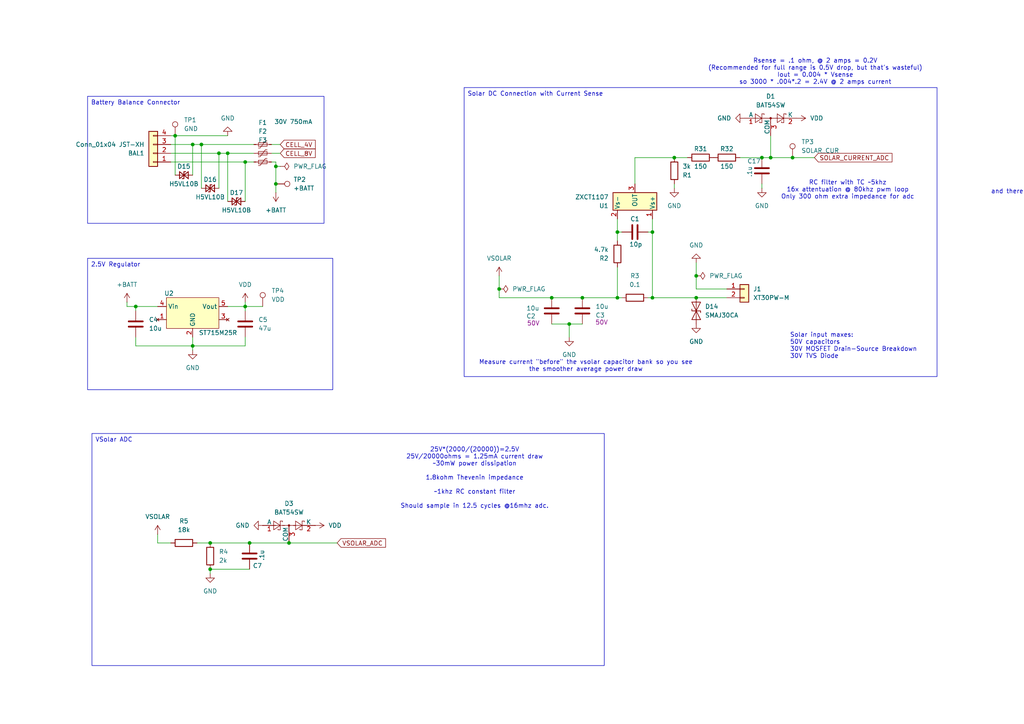
<source format=kicad_sch>
(kicad_sch (version 20231120) (generator "eeschema") (generator_version "8.0")
  (paper "A4")
  (lib_symbols
    (symbol "Amplifier_Current:ZXCT1107" (pin_names (offset 0.254))
      (property "Reference" "U" (at 7.62 1.27 0))
      (property "Value" "ZXCT1107" (at 7.62 -1.27 0))
      (symbol "ZXCT1107_0_1"
        (rectangle (start -6.35 2.54) (end 6.35 -2.54) (stroke (width 0.254)) (fill (type background)))
      )
      (symbol "ZXCT1107_1_1"
        (pin input line (at -5.08 5.08 270) (length 2.54) (name "Vs+") (number "1"))
        (pin input line (at 5.08 5.08 270) (length 2.54) (name "Vs-") (number "2"))
        (pin output line (at 0 -5.08 90) (length 2.54) (name "OUT") (number "3"))
      )
    )
    (symbol "Connector:TestPoint" (pin_numbers hide) (pin_names (offset 0.762) hide)
      (property "Reference" "TP" (at 0 6.858 0))
      (property "Value" "TestPoint" (at 0 5.08 0))
      (symbol "TestPoint_0_1"
        (circle (center 0 3.302) (radius 0.762))
      )
      (symbol "TestPoint_1_1"
        (pin passive line (at 0 0 90) (length 2.54) (name "1") (number "1"))
      )
    )
    (symbol "Connector_Generic:Conn_01x02" (pin_names (offset 1.016) hide)
      (property "Reference" "J" (at 0 2.54 0))
      (property "Value" "Conn_01x02" (at 0 -5.08 0))
      (symbol "Conn_01x02_1_1"
        (rectangle (start -1.27 -2.413) (end 0 -2.667) (stroke (width 0.1524)))
        (rectangle (start -1.27 0.127) (end 0 -0.127) (stroke (width 0.1524)))
        (rectangle (start -1.27 1.27) (end 1.27 -3.81) (stroke (width 0.254)) (fill (type background)))
        (pin passive line (at -5.08 0 0) (length 3.81) (name "Pin_1") (number "1"))
        (pin passive line (at -5.08 -2.54 0) (length 3.81) (name "Pin_2") (number "2"))
      )
    )
    (symbol "Connector_Generic:Conn_01x04" (pin_names (offset 1.016) hide)
      (property "Reference" "J" (at 0 5.08 0))
      (property "Value" "Conn_01x04" (at 0 -7.62 0))
      (symbol "Conn_01x04_1_1"
        (rectangle (start -1.27 -4.953) (end 0 -5.207) (stroke (width 0.1524)))
        (rectangle (start -1.27 -2.413) (end 0 -2.667) (stroke (width 0.1524)))
        (rectangle (start -1.27 0.127) (end 0 -0.127) (stroke (width 0.1524)))
        (rectangle (start -1.27 2.667) (end 0 2.413) (stroke (width 0.1524)))
        (rectangle (start -1.27 3.81) (end 1.27 -6.35) (stroke (width 0.254)) (fill (type background)))
        (pin passive line (at -5.08 2.54 0) (length 3.81) (name "Pin_1") (number "1"))
        (pin passive line (at -5.08 0 0) (length 3.81) (name "Pin_2") (number "2"))
        (pin passive line (at -5.08 -2.54 0) (length 3.81) (name "Pin_3") (number "3"))
        (pin passive line (at -5.08 -5.08 0) (length 3.81) (name "Pin_4") (number "4"))
      )
    )
    (symbol "Device:C" (pin_numbers hide) (pin_names (offset 0.254))
      (property "Reference" "C" (at 0.635 2.54 0))
      (property "Value" "C" (at 0.635 -2.54 0))
      (symbol "C_0_1"
        (polyline (pts (xy -2.032 -0.762) (xy 2.032 -0.762)) (stroke (width 0.508)))
        (polyline (pts (xy -2.032 0.762) (xy 2.032 0.762)) (stroke (width 0.508)))
      )
      (symbol "C_1_1"
        (pin passive line (at 0 3.81 270) (length 2.794) (name "~") (number "1"))
        (pin passive line (at 0 -3.81 90) (length 2.794) (name "~") (number "2"))
      )
    )
    (symbol "Device:D_TVS_Small" (pin_numbers hide) (pin_names (offset 1.016) hide)
      (property "Reference" "D" (at 0 2.54 0))
      (property "Value" "D_TVS_Small" (at 0 -2.54 0))
      (symbol "D_TVS_Small_0_1"
        (polyline (pts (xy -1.27 0) (xy 1.27 0)))
        (polyline (pts (xy 0.508 1.016) (xy 0 1.016) (xy 0 -1.016) (xy -0.508 -1.016)) (stroke (width 0.254)))
        (polyline (pts (xy -1.27 1.016) (xy -1.27 -1.016) (xy 1.27 1.016) (xy 1.27 -1.016) (xy -1.27 1.016)) (stroke (width 0.254)))
      )
      (symbol "D_TVS_Small_1_1"
        (pin passive line (at -2.54 0 0) (length 1.27) (name "A1") (number "1"))
        (pin passive line (at 2.54 0 180) (length 1.27) (name "A2") (number "2"))
      )
    )
    (symbol "Device:Polyfuse_Small" (pin_numbers hide) (pin_names (offset 0))
      (property "Reference" "F" (at -1.905 0 90))
      (property "Value" "Polyfuse_Small" (at 1.905 0 90))
      (symbol "Polyfuse_Small_0_1"
        (rectangle (start -0.508 1.27) (end 0.508 -1.27))
        (polyline (pts (xy 0 2.54) (xy 0 -2.54)))
        (polyline (pts (xy -1.016 1.27) (xy -1.016 0.762) (xy 1.016 -0.762) (xy 1.016 -1.27)))
      )
      (symbol "Polyfuse_Small_1_1"
        (pin passive line (at 0 2.54 270) (length 0.635) (name "~") (number "1"))
        (pin passive line (at 0 -2.54 90) (length 0.635) (name "~") (number "2"))
      )
    )
    (symbol "Device:R" (pin_numbers hide) (pin_names (offset 0))
      (property "Reference" "R" (at 2.032 0 90))
      (property "Value" "R" (at 0 0 90))
      (symbol "R_0_1"
        (rectangle (start -1.016 -2.54) (end 1.016 2.54) (stroke (width 0.254)))
      )
      (symbol "R_1_1"
        (pin passive line (at 0 3.81 270) (length 1.27) (name "~") (number "1"))
        (pin passive line (at 0 -3.81 90) (length 1.27) (name "~") (number "2"))
      )
    )
    (symbol "Diode:BAT54SW" (pin_names (offset 0))
      (property "Reference" "D" (at 0.635 -3.81 0))
      (property "Value" "BAT54SW" (at -6.35 3.175 0))
      (symbol "BAT54SW_0_1"
        (polyline (pts (xy -3.81 0) (xy -1.27 0)))
        (polyline (pts (xy -3.175 -1.27) (xy -3.175 -1.016)))
        (polyline (pts (xy -2.54 -1.27) (xy -3.175 -1.27)))
        (polyline (pts (xy -2.54 -1.27) (xy -2.54 1.27)))
        (polyline (pts (xy -2.54 1.27) (xy -1.905 1.27)))
        (polyline (pts (xy -1.905 0) (xy 1.905 0)))
        (polyline (pts (xy -1.905 1.27) (xy -1.905 1.016)))
        (polyline (pts (xy 1.27 0) (xy 3.81 0)))
        (polyline (pts (xy 3.175 -1.27) (xy 3.175 -1.016)))
        (polyline (pts (xy 3.81 -1.27) (xy 3.175 -1.27)))
        (polyline (pts (xy 3.81 -1.27) (xy 3.81 1.27)))
        (polyline (pts (xy 3.81 1.27) (xy 4.445 1.27)))
        (polyline (pts (xy 4.445 1.27) (xy 4.445 1.016)))
        (polyline (pts (xy -4.445 1.27) (xy -4.445 -1.27) (xy -2.54 0) (xy -4.445 1.27)))
        (polyline (pts (xy 1.905 1.27) (xy 1.905 -1.27) (xy 3.81 0) (xy 1.905 1.27)))
        (circle (center 0 0) (radius 0.254) (fill (type outline)))
      )
      (symbol "BAT54SW_1_1"
        (pin passive line (at -7.62 0 0) (length 3.81) (name "A") (number "1"))
        (pin passive line (at 7.62 0 180) (length 3.81) (name "K") (number "2"))
        (pin passive line (at 0 -5.08 90) (length 5.08) (name "COM") (number "3"))
      )
    )
    (symbol "Diode:SMAJ30CA" (pin_numbers hide) (pin_names (offset 1.016) hide)
      (property "Reference" "D" (at 0 2.54 0))
      (property "Value" "SMAJ30CA" (at 0 -2.54 0))
      (symbol "SMAJ30CA_0_1"
        (polyline (pts (xy 1.27 0) (xy -1.27 0)))
        (polyline (pts (xy -2.54 -1.27) (xy 0 0) (xy -2.54 1.27) (xy -2.54 -1.27)) (stroke (width 0.2032)))
        (polyline (pts (xy 0.508 1.27) (xy 0 1.27) (xy 0 -1.27) (xy -0.508 -1.27)) (stroke (width 0.2032)))
        (polyline (pts (xy 2.54 1.27) (xy 2.54 -1.27) (xy 0 0) (xy 2.54 1.27)) (stroke (width 0.2032)))
      )
      (symbol "SMAJ30CA_1_1"
        (pin passive line (at -3.81 0 0) (length 2.54) (name "A1") (number "1"))
        (pin passive line (at 3.81 0 180) (length 2.54) (name "A2") (number "2"))
      )
    )
    (symbol "JakeLib:ST715M25R"
      (property "Reference" "U" (at 0 1.27 0))
      (property "Value" "ST715M25R" (at 15.494 -10.16 0))
      (symbol "ST715M25R_1_1"
        (rectangle (start 0 0) (end 15.24 -8.89) (fill (type background)))
        (pin no_connect line (at -2.54 -6.35 0) (length 2.54) (name "") (number "1"))
        (pin passive line (at 7.62 -11.43 90) (length 2.54) (name "GND") (number "2"))
        (pin no_connect line (at 17.78 -6.35 180) (length 2.54) (name "") (number "3"))
        (pin power_in line (at -2.54 -2.54 0) (length 2.54) (name "Vin") (number "4"))
        (pin power_out line (at 17.78 -2.54 180) (length 2.54) (name "Vout") (number "5"))
      )
    )
    (symbol "power:+BATT" (power) (pin_numbers hide) (pin_names (offset 0) hide)
      (property "Value" "+BATT" (at 0 3.556 0))
      (symbol "+BATT_0_1"
        (polyline (pts (xy -0.762 1.27) (xy 0 2.54)))
        (polyline (pts (xy 0 0) (xy 0 2.54)))
        (polyline (pts (xy 0 2.54) (xy 0.762 1.27)))
      )
      (symbol "+BATT_1_1"
        (pin power_in line (at 0 0 90) (length 0) (name "~") (number "1"))
      )
    )
    (symbol "power:GND" (power) (pin_numbers hide) (pin_names (offset 0) hide)
      (property "Value" "GND" (at 0 -3.81 0))
      (symbol "GND_0_1"
        (polyline (pts (xy 0 0) (xy 0 -1.27) (xy 1.27 -1.27) (xy 0 -2.54) (xy -1.27 -1.27) (xy 0 -1.27)))
      )
      (symbol "GND_1_1"
        (pin power_in line (at 0 0 270) (length 0) (name "~") (number "1"))
      )
    )
    (symbol "power:PWR_FLAG" (power) (pin_numbers hide) (pin_names (offset 0) hide)
      (property "Value" "PWR_FLAG" (at 0 3.81 0))
      (symbol "PWR_FLAG_0_0"
        (pin power_out line (at 0 0 90) (length 0) (name "~") (number "1"))
      )
      (symbol "PWR_FLAG_0_1"
        (polyline (pts (xy 0 0) (xy 0 1.27) (xy -1.016 1.905) (xy 0 2.54) (xy 1.016 1.905) (xy 0 1.27)))
      )
    )
    (symbol "power:VDD" (power) (pin_numbers hide) (pin_names (offset 0) hide)
      (property "Value" "VDD" (at 0 3.556 0))
      (symbol "VDD_0_1"
        (polyline (pts (xy -0.762 1.27) (xy 0 2.54)))
        (polyline (pts (xy 0 0) (xy 0 2.54)))
        (polyline (pts (xy 0 2.54) (xy 0.762 1.27)))
      )
      (symbol "VDD_1_1"
        (pin power_in line (at 0 0 90) (length 0) (name "~") (number "1"))
      )
    )
    (symbol "power:VPP" (power) (pin_numbers hide) (pin_names (offset 0) hide)
      (property "Value" "VPP" (at 0 3.556 0))
      (symbol "VPP_0_1"
        (polyline (pts (xy -0.762 1.27) (xy 0 2.54)))
        (polyline (pts (xy 0 0) (xy 0 2.54)))
        (polyline (pts (xy 0 2.54) (xy 0.762 1.27)))
      )
      (symbol "VPP_1_1"
        (pin power_in line (at 0 0 90) (length 0) (name "~") (number "1"))
      )
    )
  )
  (junction (at 55.88 100.33))
  (junction (at 220.98 45.72))
  (junction (at 83.82 157.48))
  (junction (at 63.5 44.45))
  (junction (at 39.37 88.9))
  (junction (at 58.42 41.91))
  (junction (at 189.23 86.36))
  (junction (at 66.04 44.45))
  (junction (at 223.52 45.72))
  (junction (at 72.39 157.48))
  (junction (at 71.12 46.99))
  (junction (at 195.58 45.72))
  (junction (at 229.87 45.72))
  (junction (at 189.23 67.31))
  (junction (at 71.12 88.9))
  (junction (at 201.93 80.01))
  (junction (at 160.02 86.36))
  (junction (at 80.01 53.34))
  (junction (at 60.96 165.1))
  (junction (at 179.07 86.36))
  (junction (at 50.8 39.37))
  (junction (at 60.96 157.48))
  (junction (at 165.1 93.98))
  (junction (at 168.91 86.36))
  (junction (at 80.01 48.26))
  (junction (at 144.78 83.82))
  (junction (at 201.93 86.36))
  (junction (at 55.88 41.91))
  (junction (at 179.07 67.31))
  (wire (pts (xy 39.37 100.33) (xy 55.88 100.33)))
  (wire (pts (xy 71.12 46.99) (xy 73.66 46.99)))
  (wire (pts (xy 49.53 46.99) (xy 71.12 46.99)))
  (wire (pts (xy 49.53 44.45) (xy 63.5 44.45)))
  (wire (pts (xy 201.93 86.36) (xy 210.82 86.36)))
  (wire (pts (xy 78.74 44.45) (xy 81.28 44.45)))
  (wire (pts (xy 179.07 77.47) (xy 179.07 86.36)))
  (wire (pts (xy 50.8 39.37) (xy 49.53 39.37)))
  (wire (pts (xy 36.83 88.9) (xy 39.37 88.9)))
  (wire (pts (xy 63.5 44.45) (xy 63.5 54.61)))
  (wire (pts (xy 214.63 45.72) (xy 220.98 45.72)))
  (wire (pts (xy 189.23 67.31) (xy 189.23 86.36)))
  (wire (pts (xy 144.78 83.82) (xy 144.78 86.36)))
  (wire (pts (xy 210.82 83.82) (xy 201.93 83.82)))
  (wire (pts (xy 49.53 157.48) (xy 45.72 157.48)))
  (wire (pts (xy 160.02 93.98) (xy 165.1 93.98)))
  (wire (pts (xy 229.87 45.72) (xy 236.22 45.72)))
  (wire (pts (xy 66.04 44.45) (xy 66.04 58.42)))
  (wire (pts (xy 187.96 86.36) (xy 189.23 86.36)))
  (wire (pts (xy 39.37 90.17) (xy 39.37 88.9)))
  (wire (pts (xy 60.96 166.37) (xy 60.96 165.1)))
  (wire (pts (xy 81.28 48.26) (xy 80.01 48.26)))
  (wire (pts (xy 195.58 53.34) (xy 195.58 54.61)))
  (wire (pts (xy 50.8 39.37) (xy 66.04 39.37)))
  (wire (pts (xy 201.93 76.2) (xy 201.93 80.01)))
  (wire (pts (xy 189.23 86.36) (xy 201.93 86.36)))
  (wire (pts (xy 165.1 93.98) (xy 168.91 93.98)))
  (wire (pts (xy 160.02 86.36) (xy 168.91 86.36)))
  (wire (pts (xy 57.15 157.48) (xy 60.96 157.48)))
  (wire (pts (xy 58.42 41.91) (xy 58.42 54.61)))
  (wire (pts (xy 220.98 54.61) (xy 220.98 53.34)))
  (wire (pts (xy 71.12 88.9) (xy 76.2 88.9)))
  (wire (pts (xy 36.83 88.9) (xy 36.83 87.63)))
  (wire (pts (xy 71.12 100.33) (xy 71.12 97.79)))
  (wire (pts (xy 201.93 80.01) (xy 201.93 83.82)))
  (wire (pts (xy 55.88 41.91) (xy 55.88 50.8)))
  (wire (pts (xy 71.12 90.17) (xy 71.12 88.9)))
  (wire (pts (xy 72.39 157.48) (xy 83.82 157.48)))
  (wire (pts (xy 168.91 86.36) (xy 179.07 86.36)))
  (wire (pts (xy 73.66 41.91) (xy 58.42 41.91)))
  (wire (pts (xy 71.12 88.9) (xy 66.04 88.9)))
  (wire (pts (xy 195.58 45.72) (xy 199.39 45.72)))
  (wire (pts (xy 55.88 100.33) (xy 71.12 100.33)))
  (wire (pts (xy 189.23 63.5) (xy 189.23 67.31)))
  (wire (pts (xy 39.37 88.9) (xy 45.72 88.9)))
  (wire (pts (xy 39.37 97.79) (xy 39.37 100.33)))
  (wire (pts (xy 223.52 39.37) (xy 223.52 45.72)))
  (wire (pts (xy 63.5 44.45) (xy 66.04 44.45)))
  (wire (pts (xy 179.07 67.31) (xy 179.07 69.85)))
  (wire (pts (xy 78.74 46.99) (xy 80.01 46.99)))
  (wire (pts (xy 184.15 45.72) (xy 195.58 45.72)))
  (wire (pts (xy 165.1 93.98) (xy 165.1 97.79)))
  (wire (pts (xy 80.01 46.99) (xy 80.01 48.26)))
  (wire (pts (xy 179.07 63.5) (xy 179.07 67.31)))
  (wire (pts (xy 71.12 46.99) (xy 71.12 58.42)))
  (wire (pts (xy 55.88 41.91) (xy 49.53 41.91)))
  (wire (pts (xy 223.52 45.72) (xy 229.87 45.72)))
  (wire (pts (xy 144.78 80.01) (xy 144.78 83.82)))
  (wire (pts (xy 80.01 48.26) (xy 80.01 53.34)))
  (wire (pts (xy 71.12 87.63) (xy 71.12 88.9)))
  (wire (pts (xy 180.34 67.31) (xy 179.07 67.31)))
  (wire (pts (xy 78.74 41.91) (xy 81.28 41.91)))
  (wire (pts (xy 58.42 41.91) (xy 55.88 41.91)))
  (wire (pts (xy 83.82 157.48) (xy 97.79 157.48)))
  (wire (pts (xy 55.88 101.6) (xy 55.88 100.33)))
  (wire (pts (xy 50.8 39.37) (xy 50.8 50.8)))
  (wire (pts (xy 45.72 157.48) (xy 45.72 154.94)))
  (wire (pts (xy 55.88 100.33) (xy 55.88 97.79)))
  (wire (pts (xy 60.96 157.48) (xy 72.39 157.48)))
  (wire (pts (xy 184.15 45.72) (xy 184.15 53.34)))
  (wire (pts (xy 220.98 45.72) (xy 223.52 45.72)))
  (wire (pts (xy 66.04 44.45) (xy 73.66 44.45)))
  (wire (pts (xy 179.07 86.36) (xy 180.34 86.36)))
  (wire (pts (xy 144.78 86.36) (xy 160.02 86.36)))
  (wire (pts (xy 189.23 67.31) (xy 187.96 67.31)))
  (wire (pts (xy 80.01 53.34) (xy 80.01 55.88)))
  (wire (pts (xy 60.96 165.1) (xy 72.39 165.1)))
  (text_box "2.5V Regulator" (at 25.4 74.93 0) (size 71.12 38.1) (effects (font (size 1.27 1.27)) (justify left top)))
  (text_box "Solar DC Connection with Current Sense" (at 134.62 25.4 0) (size 137.16 83.82) (effects (font (size 1.27 1.27)) (justify left top)))
  (text_box "VSolar ADC" (at 26.67 125.73 0) (size 148.59 67.31) (effects (font (size 1.27 1.27)) (justify left top)))
  (text_box "Battery Balance Connector\n" (at 25.4 27.94 0) (size 68.58 36.83) (effects (font (size 1.27 1.27)) (justify left top)))
  (text "The ZXCT has a defined current that it outputs for a given voltage.\nThis is fine if you never sample the signal. But I am seeing on the scope\ntwo spike with each PWM cycle. I think what's happening is that the ADC turns on,\nand there is all of a sudden a small 1000ohm path to ground while charging/discharging the ADC capacitor\nso probably to eliminate that you need an opamp. But for now, adding RC filter" (at 341.122 53.594 0) (effects (font (size 1.27 1.27))))
  (text "Solar input maxes:\n50V capacitors\n30V MOSFET Drain-Source Breakdown\n30V TVS Diode\n" (at 229.108 100.33 0) (effects (font (size 1.27 1.27)) (justify left)))
  (text "Measure current \"before\" the vsolar capacitor bank so you see\nthe smoother average power draw" (at 169.926 106.172 0) (effects (font (size 1.27 1.27))))
  (text "25V*(2000/(20000))=2.5V\n25V/20000ohms = 1.25mA current draw\n~30mW power dissipation\n\n1.8kohm Thevenin impedance\n\n~1khz RC constant filter\n\nShould sample in 12.5 cycles @16mhz adc." (at 137.668 138.684 0) (effects (font (size 1.27 1.27))))
  (text "RC filter with TC ~5khz\n16x attentuation @ 80khz pwm loop\nOnly 300 ohm extra impedance for adc" (at 245.872 55.118 0) (effects (font (size 1.27 1.27))))
  (text "Rsense = .1 ohm, @ 2 amps = 0.2V\n(Recommended for full range is 0.5V drop, but that's wasteful)\nIout = 0.004 * Vsense\nso 3000 * .004*.2 = 2.4V @ 2 amps current\n" (at 236.474 20.828 0) (effects (font (size 1.27 1.27))))
  (global_label "CELL_4V" (shape input) (at 81.28 41.91 0) (property "Intersheetrefs" "${INTERSHEET_REFS}" (effects (hide yes))))
  (global_label "CELL_8V" (shape input) (at 81.28 44.45 0) (property "Intersheetrefs" "${INTERSHEET_REFS}" (effects (hide yes))))
  (global_label "SOLAR_CURRENT_ADC" (shape input) (at 236.22 45.72 0) (property "Intersheetrefs" "${INTERSHEET_REFS}" (effects (hide yes))))
  (global_label "VSOLAR_ADC" (shape input) (at 97.79 157.48 0) (property "Intersheetrefs" "${INTERSHEET_REFS}" (effects (hide yes))))
  (symbol (lib_id "Connector:TestPoint") (at 76.2 88.9 0) (unit 1)
    (property "Reference" "TP4" (at 78.74 84.3279 0) (effects (justify left)))
    (property "Value" "VDD" (at 78.74 86.8679 0) (effects (justify left)))
    (property "Footprint" "TestPoint:TestPoint_Loop_D2.60mm_Drill1.6mm_Beaded" (effects (hide yes)))
    (property "Description" "test point" (effects (hide yes)))
  )
  (symbol (lib_id "Device:C") (at 71.12 93.98 0) (unit 1)
    (property "Reference" "C5" (at 74.93 92.7099 0) (effects (justify left)))
    (property "Value" "47u" (at 74.93 95.2499 0) (effects (justify left)))
    (property "Footprint" "Capacitor_SMD:C_1206_3216Metric" (effects (hide yes)))
    (property "Description" "Unpolarized capacitor" (effects (hide yes)))
    (property "LCSC_Code" "C96123" (effects (hide yes)))
  )
  (symbol (lib_id "Device:R") (at 60.96 161.29 180) (unit 1)
    (property "Reference" "R4" (at 63.5 160.0199 0) (effects (justify right)))
    (property "Value" "2k" (at 63.5 162.5599 0) (effects (justify right)))
    (property "Footprint" "Resistor_SMD:R_0603_1608Metric" (effects (hide yes)))
    (property "Description" "Resistor" (effects (hide yes)))
    (property "LCSC_Code" "C22975" (effects (hide yes)))
  )
  (symbol (lib_id "power:VDD") (at 71.12 87.63 0) (unit 1)
    (property "Reference" "#PWR08" (effects (hide yes)))
    (property "Value" "VDD" (at 71.12 82.55 0))
    (property "Description" "Power symbol creates a global label with name \"VDD\"" (effects (hide yes)))
  )
  (symbol (lib_id "Connector:TestPoint") (at 80.01 53.34 270) (unit 1)
    (property "Reference" "TP2" (at 85.09 52.0699 90) (effects (justify left)))
    (property "Value" "+BATT" (at 85.09 54.6099 90) (effects (justify left)))
    (property "Footprint" "TestPoint:TestPoint_Loop_D2.60mm_Drill1.6mm_Beaded" (effects (hide yes)))
    (property "Description" "test point" (effects (hide yes)))
  )
  (symbol (lib_id "Diode:SMAJ30CA") (at 201.93 90.17 90) (unit 1)
    (property "Reference" "D14" (at 204.47 88.8999 90) (effects (justify right)))
    (property "Value" "SMAJ30CA" (at 204.47 91.4399 90) (effects (justify right)))
    (property "Footprint" "Diode_SMD:D_SMA" (effects (hide yes)))
    (property "Datasheet" "https://www.littelfuse.com/media?resourcetype=datasheets&itemid=75e32973-b177-4ee3-a0ff-cedaf1abdb93&filename=smaj-datasheet" (effects (hide yes)))
    (property "Description" "400W bidirectional Transient Voltage Suppressor, 30.0Vr, SMA(DO-214AC)" (effects (hide yes)))
    (property "LCSC_Code" "C5249596" (effects (hide yes)))
  )
  (symbol (lib_id "power:VPP") (at 144.78 80.01 0) (unit 1)
    (property "Reference" "#PWR06" (effects (hide yes)))
    (property "Value" "VSOLAR" (at 144.78 74.93 0))
    (property "Description" "Power symbol creates a global label with name \"VPP\"" (effects (hide yes)))
  )
  (symbol (lib_id "Device:Polyfuse_Small") (at 76.2 46.99 90) (unit 1)
    (property "Reference" "F3" (at 76.2 40.64 90))
    (property "Value" "30V 750mA" (effects (hide yes)))
    (property "Footprint" "Fuse:Fuse_1206_3216Metric" (effects (hide yes)))
    (property "Description" "Resettable fuse, polymeric positive temperature coefficient, small symbol" (effects (hide yes)))
    (property "LCSC_Code" "C976305" (effects (hide yes)))
  )
  (symbol (lib_id "Device:R") (at 53.34 157.48 270) (unit 1)
    (property "Reference" "R5" (at 53.34 151.13 90))
    (property "Value" "18k" (at 53.34 153.67 90))
    (property "Footprint" "Resistor_SMD:R_0603_1608Metric" (effects (hide yes)))
    (property "Description" "Resistor" (effects (hide yes)))
    (property "LCSC_Code" "C25810" (effects (hide yes)))
  )
  (symbol (lib_id "power:GND") (at 220.98 54.61 0) (unit 1)
    (property "Reference" "#PWR049" (effects (hide yes)))
    (property "Value" "GND" (at 220.98 59.69 0))
    (property "Description" "Power symbol creates a global label with name \"GND\" , ground" (effects (hide yes)))
  )
  (symbol (lib_id "power:GND") (at 76.2 152.4 270) (unit 1)
    (property "Reference" "#PWR015" (effects (hide yes)))
    (property "Value" "GND" (at 72.39 152.3999 90) (effects (justify right)))
    (property "Description" "Power symbol creates a global label with name \"GND\" , ground" (effects (hide yes)))
  )
  (symbol (lib_id "Device:Polyfuse_Small") (at 76.2 41.91 90) (unit 1)
    (property "Reference" "F1" (at 76.2 35.56 90))
    (property "Value" "30V 750mA" (at 85.09 35.306 90))
    (property "Footprint" "Fuse:Fuse_1206_3216Metric" (effects (hide yes)))
    (property "Description" "Resettable fuse, polymeric positive temperature coefficient, small symbol" (effects (hide yes)))
    (property "LCSC_Code" "C976305" (effects (hide yes)))
  )
  (symbol (lib_id "Device:R") (at 184.15 86.36 90) (unit 1)
    (property "Reference" "R3" (at 184.15 80.01 90))
    (property "Value" "0.1" (at 184.15 82.55 90))
    (property "Footprint" "Resistor_SMD:R_1206_3216Metric" (effects (hide yes)))
    (property "Description" "Resistor" (effects (hide yes)))
    (property "LCSC_Code" "C2903496" (effects (hide yes)))
  )
  (symbol (lib_id "power:VPP") (at 45.72 154.94 0) (unit 1)
    (property "Reference" "#PWR017" (effects (hide yes)))
    (property "Value" "VSOLAR" (at 45.72 149.86 0))
    (property "Description" "Power symbol creates a global label with name \"VPP\"" (effects (hide yes)))
  )
  (symbol (lib_id "Diode:BAT54SW") (at 83.82 152.4 0) (unit 1)
    (property "Reference" "D3" (at 83.82 146.05 0))
    (property "Value" "BAT54SW" (at 83.82 148.59 0))
    (property "Footprint" "Package_TO_SOT_SMD:SOT-323_SC-70" (effects (hide yes)))
    (property "Datasheet" "https://assets.nexperia.com/documents/data-sheet/BAT54W_SER.pdf" (effects (hide yes)))
    (property "Description" "Vr 30V, If 200mA, Dual schottky barrier diode, in series, SOT-323" (effects (hide yes)))
    (property "LCSC_Code" "C78606" (effects (hide yes)))
  )
  (symbol (lib_id "power:GND") (at 60.96 166.37 0) (unit 1)
    (property "Reference" "#PWR018" (effects (hide yes)))
    (property "Value" "GND" (at 60.96 171.45 0))
    (property "Description" "Power symbol creates a global label with name \"GND\" , ground" (effects (hide yes)))
  )
  (symbol (lib_id "JakeLib:ST715M25R") (at 48.26 86.36 0) (unit 1)
    (property "Reference" "U2" (at 49.022 85.09 0))
    (property "Value" "ST715M25R" (at 63.246 96.52 0))
    (property "Footprint" "Package_TO_SOT_SMD:SOT-23-5" (effects (hide yes)))
    (property "LCSC_Code" "C2832805" (effects (hide yes)))
  )
  (symbol (lib_id "power:GND") (at 165.1 97.79 0) (mirror y) (unit 1)
    (property "Reference" "#PWR053" (effects (hide yes)))
    (property "Value" "GND" (at 165.1 102.87 0))
    (property "Description" "Power symbol creates a global label with name \"GND\" , ground" (effects (hide yes)))
  )
  (symbol (lib_id "Device:D_TVS_Small") (at 53.34 50.8 180) (unit 1)
    (property "Reference" "D15" (at 53.34 48.26 0))
    (property "Value" "H5VL10B" (at 53.34 53.34 0))
    (property "Footprint" "Diode_SMD:D_SOD-882" (effects (hide yes)))
    (property "Datasheet" "https://jlcpcb.com/partdetail/Hongjiacheng-H5VL10B/C7420372" (effects (hide yes)))
    (property "Description" "Bidirectional transient-voltage-suppression diode, small symbol" (effects (hide yes)))
    (property "LCSC_Code" "C7420372" (effects (hide yes)))
  )
  (symbol (lib_id "Device:C") (at 168.91 90.17 0) (mirror x) (unit 1)
    (property "Reference" "C3" (at 172.72 91.4401 0) (effects (justify left)))
    (property "Value" "10u" (at 172.72 88.9001 0) (effects (justify left)))
    (property "Footprint" "Capacitor_SMD:C_1206_3216Metric" (effects (hide yes)))
    (property "Description" "Unpolarized capacitor" (effects (hide yes)))
    (property "LCSC_Code" "C13585" (effects (hide yes)))
    (property "Voltage" "50V" (at 174.498 93.472 0))
  )
  (symbol (lib_id "power:PWR_FLAG") (at 201.93 80.01 270) (mirror x) (unit 1)
    (property "Reference" "#FLG03" (effects (hide yes)))
    (property "Value" "PWR_FLAG" (at 205.74 80.0099 90) (effects (justify left)))
    (property "Description" "Special symbol for telling ERC where power comes from" (effects (hide yes)))
  )
  (symbol (lib_id "Device:Polyfuse_Small") (at 76.2 44.45 90) (unit 1)
    (property "Reference" "F2" (at 76.2 38.1 90))
    (property "Value" "30V 750mA" (effects (hide yes)))
    (property "Footprint" "Fuse:Fuse_1206_3216Metric" (effects (hide yes)))
    (property "Description" "Resettable fuse, polymeric positive temperature coefficient, small symbol" (effects (hide yes)))
    (property "LCSC_Code" "C976305" (effects (hide yes)))
  )
  (symbol (lib_id "power:GND") (at 201.93 93.98 0) (mirror y) (unit 1)
    (property "Reference" "#PWR056" (effects (hide yes)))
    (property "Value" "GND" (at 201.93 99.06 0))
    (property "Description" "Power symbol creates a global label with name \"GND\" , ground" (effects (hide yes)))
  )
  (symbol (lib_id "power:VDD") (at 231.14 34.29 270) (unit 1)
    (property "Reference" "#PWR04" (effects (hide yes)))
    (property "Value" "VDD" (at 234.95 34.2899 90) (effects (justify left)))
    (property "Description" "Power symbol creates a global label with name \"VDD\"" (effects (hide yes)))
  )
  (symbol (lib_id "Amplifier_Current:ZXCT1107") (at 184.15 58.42 180) (unit 1)
    (property "Reference" "U1" (at 176.53 59.6901 0) (effects (justify left)))
    (property "Value" "ZXCT1107" (at 176.53 57.1501 0) (effects (justify left)))
    (property "Footprint" "Package_TO_SOT_SMD:SOT-23" (effects (hide yes)))
    (property "Datasheet" "https://www.diodes.com/assets/Datasheets/ZXCT1107_10.pdf" (effects (hide yes)))
    (property "Description" "Low Power High-Side Current Monitors, SOT-23" (effects (hide yes)))
    (property "LCSC_Code" "C82766" (effects (hide yes)))
  )
  (symbol (lib_id "Device:R") (at 210.82 45.72 90) (unit 1)
    (property "Reference" "R32" (at 210.82 43.18 90))
    (property "Value" "150" (at 210.82 48.26 90))
    (property "Footprint" "Resistor_SMD:R_0402_1005Metric" (effects (hide yes)))
    (property "Description" "Resistor" (effects (hide yes)))
    (property "LCSC_Code" "C25082" (effects (hide yes)))
  )
  (symbol (lib_id "power:PWR_FLAG") (at 81.28 48.26 270) (unit 1)
    (property "Reference" "#FLG01" (effects (hide yes)))
    (property "Value" "PWR_FLAG" (at 85.09 48.2599 90) (effects (justify left)))
    (property "Description" "Special symbol for telling ERC where power comes from" (effects (hide yes)))
  )
  (symbol (lib_id "Device:C") (at 220.98 49.53 180) (unit 1)
    (property "Reference" "C17" (at 218.694 46.736 0))
    (property "Value" ".1u" (at 217.424 49.784 90))
    (property "Footprint" "Capacitor_SMD:C_0603_1608Metric" (effects (hide yes)))
    (property "Description" "Unpolarized capacitor" (effects (hide yes)))
    (property "LCSC_Code" "C14663" (effects (hide yes)))
  )
  (symbol (lib_id "Device:R") (at 195.58 49.53 0) (unit 1)
    (property "Reference" "R1" (at 200.66 50.8 0) (effects (justify right)))
    (property "Value" "3k" (at 200.406 48.26 0) (effects (justify right)))
    (property "Footprint" "Resistor_SMD:R_0603_1608Metric" (effects (hide yes)))
    (property "Description" "Resistor" (effects (hide yes)))
    (property "LCSC_Code" "C4211" (effects (hide yes)))
  )
  (symbol (lib_id "Device:R") (at 203.2 45.72 90) (unit 1)
    (property "Reference" "R31" (at 203.2 43.18 90))
    (property "Value" "150" (at 203.2 48.26 90))
    (property "Footprint" "Resistor_SMD:R_0402_1005Metric" (effects (hide yes)))
    (property "Description" "Resistor" (effects (hide yes)))
    (property "LCSC_Code" "C25082" (effects (hide yes)))
  )
  (symbol (lib_id "power:VDD") (at 91.44 152.4 270) (unit 1)
    (property "Reference" "#PWR016" (effects (hide yes)))
    (property "Value" "VDD" (at 95.25 152.3999 90) (effects (justify left)))
    (property "Description" "Power symbol creates a global label with name \"VDD\"" (effects (hide yes)))
  )
  (symbol (lib_id "Connector_Generic:Conn_01x04") (at 44.45 44.45 180) (unit 1)
    (property "Reference" "BAL1" (at 41.91 44.4501 0) (effects (justify left)))
    (property "Value" "Conn_01x04 JST-XH" (at 41.91 41.9101 0) (effects (justify left)))
    (property "Footprint" "JakeLib:JST_XH_S4B-XH-A_1x04_P2.50mm_Horizontal_Tight" (effects (hide yes)))
    (property "Description" "Generic connector, single row, 01x04, script generated (kicad-library-utils/schlib/autogen/connector/)" (effects (hide yes)))
    (property "LCSC_Code" "C157925" (effects (hide yes)))
  )
  (symbol (lib_id "power:GND") (at 66.04 39.37 180) (unit 1)
    (property "Reference" "#PWR01" (effects (hide yes)))
    (property "Value" "GND" (at 66.04 34.29 0))
    (property "Description" "Power symbol creates a global label with name \"GND\" , ground" (effects (hide yes)))
  )
  (symbol (lib_id "power:GND") (at 201.93 76.2 0) (mirror x) (unit 1)
    (property "Reference" "#PWR09" (effects (hide yes)))
    (property "Value" "GND" (at 201.93 71.12 0))
    (property "Description" "Power symbol creates a global label with name \"GND\" , ground" (effects (hide yes)))
  )
  (symbol (lib_id "power:GND") (at 195.58 54.61 0) (unit 1)
    (property "Reference" "#PWR02" (effects (hide yes)))
    (property "Value" "GND" (at 195.58 59.69 0))
    (property "Description" "Power symbol creates a global label with name \"GND\" , ground" (effects (hide yes)))
  )
  (symbol (lib_id "Device:D_TVS_Small") (at 68.58 58.42 180) (unit 1)
    (property "Reference" "D17" (at 68.58 55.88 0))
    (property "Value" "H5VL10B" (at 68.58 60.96 0))
    (property "Footprint" "Diode_SMD:D_SOD-882" (effects (hide yes)))
    (property "Description" "Bidirectional transient-voltage-suppression diode, small symbol" (effects (hide yes)))
    (property "LCSC_Code" "C7420372" (effects (hide yes)))
  )
  (symbol (lib_id "power:+BATT") (at 36.83 87.63 0) (unit 1)
    (property "Reference" "#PWR07" (effects (hide yes)))
    (property "Value" "+BATT" (at 36.83 82.55 0))
    (property "Description" "Power symbol creates a global label with name \"+BATT\"" (effects (hide yes)))
  )
  (symbol (lib_id "power:GND") (at 215.9 34.29 270) (unit 1)
    (property "Reference" "#PWR03" (effects (hide yes)))
    (property "Value" "GND" (at 212.09 34.2899 90) (effects (justify right)))
    (property "Description" "Power symbol creates a global label with name \"GND\" , ground" (effects (hide yes)))
  )
  (symbol (lib_id "Device:D_TVS_Small") (at 60.96 54.61 180) (unit 1)
    (property "Reference" "D16" (at 60.96 52.07 0))
    (property "Value" "H5VL10B" (at 60.96 57.15 0))
    (property "Footprint" "Diode_SMD:D_SOD-882" (effects (hide yes)))
    (property "Description" "Bidirectional transient-voltage-suppression diode, small symbol" (effects (hide yes)))
    (property "LCSC_Code" "C7420372" (effects (hide yes)))
  )
  (symbol (lib_id "Diode:BAT54SW") (at 223.52 34.29 0) (unit 1)
    (property "Reference" "D1" (at 223.52 27.94 0))
    (property "Value" "BAT54SW" (at 223.52 30.48 0))
    (property "Footprint" "Package_TO_SOT_SMD:SOT-323_SC-70" (effects (hide yes)))
    (property "Datasheet" "https://assets.nexperia.com/documents/data-sheet/BAT54W_SER.pdf" (effects (hide yes)))
    (property "Description" "Vr 30V, If 200mA, Dual schottky barrier diode, in series, SOT-323" (effects (hide yes)))
    (property "LCSC_Code" "C78606" (effects (hide yes)))
  )
  (symbol (lib_id "power:GND") (at 55.88 101.6 0) (unit 1)
    (property "Reference" "#PWR010" (effects (hide yes)))
    (property "Value" "GND" (at 55.88 106.68 0))
    (property "Description" "Power symbol creates a global label with name \"GND\" , ground" (effects (hide yes)))
  )
  (symbol (lib_id "Device:C") (at 160.02 90.17 0) (mirror x) (unit 1)
    (property "Reference" "C2" (at 152.654 91.694 0) (effects (justify left)))
    (property "Value" "10u" (at 152.654 89.408 0) (effects (justify left)))
    (property "Footprint" "Capacitor_SMD:C_1206_3216Metric" (effects (hide yes)))
    (property "Description" "Unpolarized capacitor" (effects (hide yes)))
    (property "LCSC_Code" "C13585" (effects (hide yes)))
    (property "Voltage" "50V" (at 154.686 93.726 0))
  )
  (symbol (lib_id "Device:C") (at 184.15 67.31 270) (unit 1)
    (property "Reference" "C1" (at 184.15 63.5 90))
    (property "Value" "10p" (at 184.404 70.866 90))
    (property "Footprint" "Capacitor_SMD:C_0603_1608Metric" (effects (hide yes)))
    (property "Description" "Unpolarized capacitor" (effects (hide yes)))
    (property "LCSC_Code" "C1634" (effects (hide yes)))
  )
  (symbol (lib_id "power:PWR_FLAG") (at 144.78 83.82 270) (unit 1)
    (property "Reference" "#FLG02" (effects (hide yes)))
    (property "Value" "PWR_FLAG" (at 148.59 83.8199 90) (effects (justify left)))
    (property "Description" "Special symbol for telling ERC where power comes from" (effects (hide yes)))
  )
  (symbol (lib_id "Connector:TestPoint") (at 50.8 39.37 0) (unit 1)
    (property "Reference" "TP1" (at 53.34 34.7979 0) (effects (justify left)))
    (property "Value" "GND" (at 53.34 37.3379 0) (effects (justify left)))
    (property "Footprint" "TestPoint:TestPoint_Loop_D2.60mm_Drill1.6mm_Beaded" (effects (hide yes)))
    (property "Description" "test point" (effects (hide yes)))
  )
  (symbol (lib_id "Connector_Generic:Conn_01x02") (at 215.9 83.82 0) (unit 1)
    (property "Reference" "J1" (at 218.44 83.8199 0) (effects (justify left)))
    (property "Value" "XT30PW-M" (at 218.44 86.3599 0) (effects (justify left)))
    (property "Footprint" "Connector_AMASS:AMASS_XT30PW-M_1x02_P2.50mm_Horizontal" (effects (hide yes)))
    (property "Description" "Generic connector, single row, 01x02, script generated (kicad-library-utils/schlib/autogen/connector/)" (effects (hide yes)))
    (property "LCSC_Code" "C431092" (effects (hide yes)))
  )
  (symbol (lib_id "Device:R") (at 179.07 73.66 180) (unit 1)
    (property "Reference" "R2" (at 176.53 74.9301 0) (effects (justify left)))
    (property "Value" "4.7k" (at 176.53 72.3901 0) (effects (justify left)))
    (property "Footprint" "Resistor_SMD:R_0603_1608Metric" (effects (hide yes)))
    (property "Description" "Resistor" (effects (hide yes)))
    (property "LCSC_Code" "C23162" (effects (hide yes)))
  )
  (symbol (lib_id "Device:C") (at 39.37 93.98 0) (unit 1)
    (property "Reference" "C4" (at 43.18 92.7099 0) (effects (justify left)))
    (property "Value" "10u" (at 43.18 95.2499 0) (effects (justify left)))
    (property "Footprint" "Capacitor_SMD:C_1206_3216Metric" (effects (hide yes)))
    (property "Description" "Unpolarized capacitor" (effects (hide yes)))
    (property "LCSC_Code" "C13585" (effects (hide yes)))
  )
  (symbol (lib_id "power:+BATT") (at 80.01 55.88 180) (unit 1)
    (property "Reference" "#PWR05" (effects (hide yes)))
    (property "Value" "+BATT" (at 80.01 60.96 0))
    (property "Description" "Power symbol creates a global label with name \"+BATT\"" (effects (hide yes)))
  )
  (symbol (lib_id "Connector:TestPoint") (at 229.87 45.72 0) (unit 1)
    (property "Reference" "TP3" (at 232.41 41.1479 0) (effects (justify left)))
    (property "Value" "SOLAR_CUR" (at 232.41 43.6879 0) (effects (justify left)))
    (property "Footprint" "TestPoint:TestPoint_Loop_D2.60mm_Drill1.6mm_Beaded" (effects (hide yes)))
    (property "Description" "test point" (effects (hide yes)))
  )
  (symbol (lib_id "Device:C") (at 72.39 161.29 0) (unit 1)
    (property "Reference" "C7" (at 74.676 164.084 0))
    (property "Value" ".1u" (at 75.946 161.036 90))
    (property "Footprint" "Capacitor_SMD:C_0603_1608Metric" (effects (hide yes)))
    (property "Description" "Unpolarized capacitor" (effects (hide yes)))
    (property "LCSC_Code" "C14663" (effects (hide yes)))
  )
)
</source>
